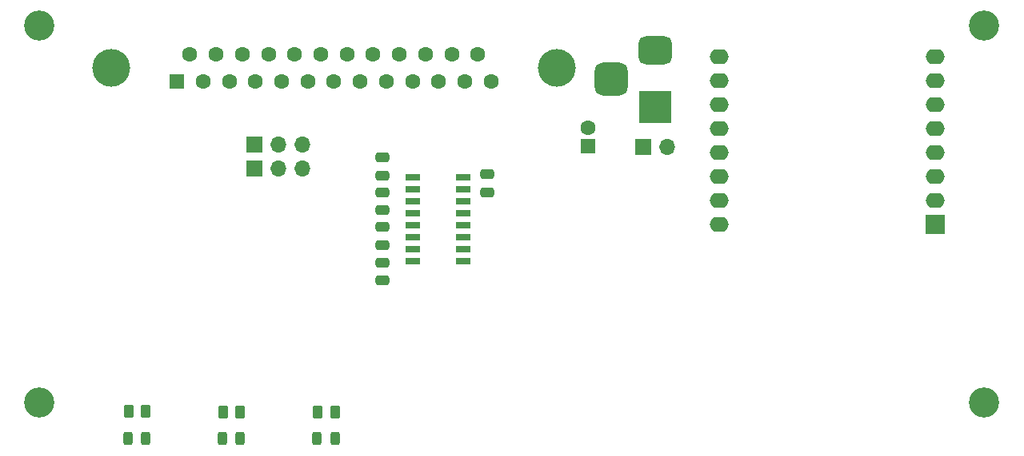
<source format=gbr>
%TF.GenerationSoftware,KiCad,Pcbnew,(6.0.11)*%
%TF.CreationDate,2024-01-03T20:30:30+00:00*%
%TF.ProjectId,LeWiFiModem,4c655769-4669-44d6-9f64-656d2e6b6963,rev?*%
%TF.SameCoordinates,Original*%
%TF.FileFunction,Soldermask,Top*%
%TF.FilePolarity,Negative*%
%FSLAX46Y46*%
G04 Gerber Fmt 4.6, Leading zero omitted, Abs format (unit mm)*
G04 Created by KiCad (PCBNEW (6.0.11)) date 2024-01-03 20:30:30*
%MOMM*%
%LPD*%
G01*
G04 APERTURE LIST*
G04 Aperture macros list*
%AMRoundRect*
0 Rectangle with rounded corners*
0 $1 Rounding radius*
0 $2 $3 $4 $5 $6 $7 $8 $9 X,Y pos of 4 corners*
0 Add a 4 corners polygon primitive as box body*
4,1,4,$2,$3,$4,$5,$6,$7,$8,$9,$2,$3,0*
0 Add four circle primitives for the rounded corners*
1,1,$1+$1,$2,$3*
1,1,$1+$1,$4,$5*
1,1,$1+$1,$6,$7*
1,1,$1+$1,$8,$9*
0 Add four rect primitives between the rounded corners*
20,1,$1+$1,$2,$3,$4,$5,0*
20,1,$1+$1,$4,$5,$6,$7,0*
20,1,$1+$1,$6,$7,$8,$9,0*
20,1,$1+$1,$8,$9,$2,$3,0*%
G04 Aperture macros list end*
%ADD10RoundRect,0.250000X0.475000X-0.250000X0.475000X0.250000X-0.475000X0.250000X-0.475000X-0.250000X0*%
%ADD11R,3.500000X3.500000*%
%ADD12RoundRect,0.750000X-1.000000X0.750000X-1.000000X-0.750000X1.000000X-0.750000X1.000000X0.750000X0*%
%ADD13RoundRect,0.875000X-0.875000X0.875000X-0.875000X-0.875000X0.875000X-0.875000X0.875000X0.875000X0*%
%ADD14RoundRect,0.243750X0.243750X0.456250X-0.243750X0.456250X-0.243750X-0.456250X0.243750X-0.456250X0*%
%ADD15R,2.000000X2.000000*%
%ADD16O,2.000000X1.600000*%
%ADD17R,1.600000X1.600000*%
%ADD18C,1.600000*%
%ADD19RoundRect,0.250000X-0.475000X0.250000X-0.475000X-0.250000X0.475000X-0.250000X0.475000X0.250000X0*%
%ADD20RoundRect,0.250000X0.262500X0.450000X-0.262500X0.450000X-0.262500X-0.450000X0.262500X-0.450000X0*%
%ADD21R,1.700000X1.700000*%
%ADD22O,1.700000X1.700000*%
%ADD23C,3.200000*%
%ADD24R,1.500000X0.650000*%
%ADD25C,4.000000*%
G04 APERTURE END LIST*
D10*
%TO.C,C1*%
X101482500Y-101960000D03*
X101482500Y-100060000D03*
%TD*%
D11*
%TO.C,J2*%
X130397500Y-94710000D03*
D12*
X130397500Y-88710000D03*
D13*
X125697500Y-91710000D03*
%TD*%
D14*
%TO.C,D1*%
X76487500Y-129845000D03*
X74612500Y-129845000D03*
%TD*%
D15*
%TO.C,U1*%
X159995000Y-107130000D03*
D16*
X159995000Y-104590000D03*
X159995000Y-102050000D03*
X159995000Y-99510000D03*
X159995000Y-96970000D03*
X159995000Y-94430000D03*
X159995000Y-91890000D03*
X159995000Y-89350000D03*
X137135000Y-89350000D03*
X137135000Y-91890000D03*
X137135000Y-94430000D03*
X137135000Y-96970000D03*
X137135000Y-99510000D03*
X137135000Y-102050000D03*
X137135000Y-104590000D03*
X137135000Y-107130000D03*
%TD*%
D14*
%TO.C,D3*%
X96487500Y-129845000D03*
X94612500Y-129845000D03*
%TD*%
D17*
%TO.C,C6*%
X123280000Y-98885113D03*
D18*
X123280000Y-96885113D03*
%TD*%
D19*
%TO.C,C5*%
X112632500Y-101820000D03*
X112632500Y-103720000D03*
%TD*%
%TO.C,C3*%
X101482500Y-103760000D03*
X101482500Y-105660000D03*
%TD*%
D14*
%TO.C,D2*%
X86487500Y-129845000D03*
X84612500Y-129845000D03*
%TD*%
D20*
%TO.C,R1*%
X76482500Y-126950000D03*
X74657500Y-126950000D03*
%TD*%
D21*
%TO.C,J1*%
X129122500Y-98930000D03*
D22*
X131662500Y-98930000D03*
%TD*%
D23*
%TO.C,REF\u002A\u002A*%
X165230000Y-126060000D03*
%TD*%
D24*
%TO.C,U2*%
X104702500Y-102125000D03*
X104702500Y-103395000D03*
X104702500Y-104665000D03*
X104702500Y-105935000D03*
X104702500Y-107205000D03*
X104702500Y-108475000D03*
X104702500Y-109745000D03*
X104702500Y-111015000D03*
X110102500Y-111015000D03*
X110102500Y-109745000D03*
X110102500Y-108475000D03*
X110102500Y-107205000D03*
X110102500Y-105935000D03*
X110102500Y-104665000D03*
X110102500Y-103395000D03*
X110102500Y-102125000D03*
%TD*%
D20*
%TO.C,R3*%
X96482500Y-127010000D03*
X94657500Y-127010000D03*
%TD*%
D21*
%TO.C,JP2*%
X87950000Y-98670000D03*
D22*
X90490000Y-98670000D03*
X93030000Y-98670000D03*
%TD*%
D20*
%TO.C,R2*%
X86482500Y-127077142D03*
X84657500Y-127077142D03*
%TD*%
D23*
%TO.C,REF\u002A\u002A*%
X65230000Y-126060000D03*
%TD*%
D21*
%TO.C,JP1*%
X87950000Y-101210000D03*
D22*
X90490000Y-101210000D03*
X93030000Y-101210000D03*
%TD*%
D19*
%TO.C,C2*%
X101482500Y-107440000D03*
X101482500Y-109340000D03*
%TD*%
D23*
%TO.C,REF\u002A\u002A*%
X65230000Y-86060000D03*
%TD*%
D25*
%TO.C,J3*%
X119937500Y-90570331D03*
X72837500Y-90570331D03*
D17*
X79767500Y-91990331D03*
D18*
X82537500Y-91990331D03*
X85307500Y-91990331D03*
X88077500Y-91990331D03*
X90847500Y-91990331D03*
X93617500Y-91990331D03*
X96387500Y-91990331D03*
X99157500Y-91990331D03*
X101927500Y-91990331D03*
X104697500Y-91990331D03*
X107467500Y-91990331D03*
X110237500Y-91990331D03*
X113007500Y-91990331D03*
X81152500Y-89150331D03*
X83922500Y-89150331D03*
X86692500Y-89150331D03*
X89462500Y-89150331D03*
X92232500Y-89150331D03*
X95002500Y-89150331D03*
X97772500Y-89150331D03*
X100542500Y-89150331D03*
X103312500Y-89150331D03*
X106082500Y-89150331D03*
X108852500Y-89150331D03*
X111622500Y-89150331D03*
%TD*%
D19*
%TO.C,C4*%
X101482500Y-111180000D03*
X101482500Y-113080000D03*
%TD*%
D23*
%TO.C,REF\u002A\u002A*%
X165230000Y-86060000D03*
%TD*%
M02*

</source>
